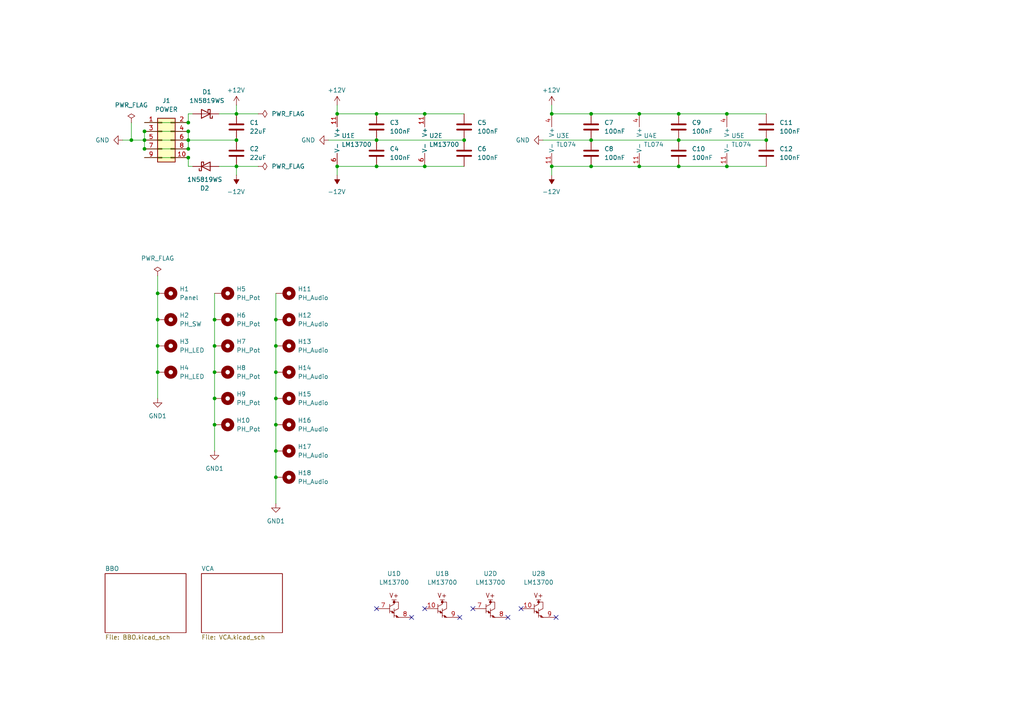
<source format=kicad_sch>
(kicad_sch (version 20250114) (generator "eeschema") (generator_version "9.0")
  (paper "A4")
  (title_block (title "BoundsBounceOscillator") (rev "1.0") (company "StudioKAT"))
  (lib_symbols
    (symbol "Amplifier_Operational:LM13700" (pin_names (offset 0.127))
      (property "Reference" "U" (at 3.81 5.08 0))
      (property "Value" "LM13700" (at 5.08 -5.08 0))
      (symbol "LM13700_1_1"
        (polyline (pts (xy 3.81 -0.635) (xy 3.81 -2.54) (xy 5.08 -2.54)))
        (polyline (pts (xy 5.08 0) (xy -5.08 -5.08) (xy -5.08 5.08) (xy 5.08 0)) (stroke (width 0.254)) (fill (type background)))
        (pin input line (at -7.62 2.54 0) (length 2.54) (name "-") (number "13"))
        (pin input line (at -7.62 0 0) (length 2.54) (name "DIODE_BIAS") (number "15"))
        (pin input line (at -7.62 -2.54 0) (length 2.54) (name "+") (number "14"))
        (pin output line (at 7.62 0 180) (length 2.54) (name "~") (number "12"))
        (pin input line (at 7.62 -2.54 180) (length 2.54) (name "~") (number "16"))
      )
      (symbol "LM13700_2_0"
        (polyline (pts (xy -1.905 2.54) (xy -3.175 2.54)))
      )
      (symbol "LM13700_2_1"
        (polyline (pts (xy -3.81 1.27) (xy -3.81 -1.27)))
        (polyline (pts (xy -3.81 0.635) (xy -2.54 1.27) (xy -2.54 1.905) (xy -2.54 2.54)))
        (polyline (pts (xy -3.81 -0.635) (xy -2.54 -1.27)))
        (circle (center -2.54 1.905) (radius 0.254) (stroke (width 0.254)) (fill (type outline)))
        (polyline (pts (xy -2.54 0) (xy -2.54 -2.54)))
        (polyline (pts (xy -2.54 -0.635) (xy -1.27 0) (xy -1.27 1.905) (xy -2.54 1.905)))
        (polyline (pts (xy -2.54 -1.27) (xy -3.175 -0.635) (xy -3.175 -1.27) (xy -2.54 -1.27)) (fill (type outline)))
        (polyline (pts (xy -2.54 -1.905) (xy -1.27 -2.54)))
        (polyline (pts (xy -1.27 -2.54) (xy -1.905 -1.905) (xy -1.905 -2.54) (xy -1.27 -2.54)) (fill (type outline)))
        (text "V+" (at -2.54 3.81 0) (effects (font (size 1.27 1.27))))
        (pin input line (at -7.62 0 0) (length 3.81) (name "~") (number "10"))
        (pin output line (at 2.54 -2.54 180) (length 3.81) (name "~") (number "9"))
      )
      (symbol "LM13700_3_1"
        (polyline (pts (xy 3.81 -0.635) (xy 3.81 -2.54) (xy 5.08 -2.54)))
        (polyline (pts (xy 5.08 0) (xy -5.08 -5.08) (xy -5.08 5.08) (xy 5.08 0)) (stroke (width 0.254)) (fill (type background)))
        (pin input line (at -7.62 2.54 0) (length 2.54) (name "-") (number "4"))
        (pin input line (at -7.62 0 0) (length 2.54) (name "DIODE_BIAS") (number "2"))
        (pin input line (at -7.62 -2.54 0) (length 2.54) (name "+") (number "3"))
        (pin output line (at 7.62 0 180) (length 2.54) (name "~") (number "5"))
        (pin input line (at 7.62 -2.54 180) (length 2.54) (name "~") (number "1"))
      )
      (symbol "LM13700_4_0"
        (polyline (pts (xy -3.175 2.54) (xy -1.905 2.54)))
        (text "V+" (at -2.54 3.81 0) (effects (font (size 1.27 1.27))))
      )
      (symbol "LM13700_4_1"
        (polyline (pts (xy -3.81 1.27) (xy -3.81 -1.27)))
        (polyline (pts (xy -3.81 0.635) (xy -2.54 1.27) (xy -2.54 2.54)))
        (polyline (pts (xy -3.81 -0.635) (xy -2.54 -1.27)))
        (circle (center -2.54 1.905) (radius 0.254) (stroke (width 0.254)) (fill (type outline)))
        (polyline (pts (xy -2.54 0) (xy -2.54 -2.54)))
        (polyline (pts (xy -2.54 -0.635) (xy -1.27 0) (xy -1.27 1.905) (xy -2.54 1.905)))
        (polyline (pts (xy -2.54 -1.27) (xy -3.175 -0.635) (xy -3.175 -1.27) (xy -2.54 -1.27)) (fill (type outline)))
        (polyline (pts (xy -2.54 -1.905) (xy -1.27 -2.54)))
        (polyline (pts (xy -1.27 -2.54) (xy -1.905 -1.905) (xy -1.905 -2.54) (xy -1.27 -2.54)) (fill (type outline)))
        (pin input line (at -7.62 0 0) (length 3.81) (name "~") (number "7"))
        (pin output line (at 2.54 -2.54 180) (length 3.81) (name "~") (number "8"))
      )
      (symbol "LM13700_5_1"
        (pin power_in line (at -2.54 7.62 270) (length 3.81) (name "V+") (number "11"))
        (pin power_in line (at -2.54 -7.62 90) (length 3.81) (name "V-") (number "6"))
      )
    )
    (symbol "Amplifier_Operational:TL074" (pin_names (offset 0.127))
      (property "Reference" "U" (at 0 5.08 0))
      (property "Value" "TL074" (at 0 -5.08 0))
      (symbol "TL074_1_1"
        (polyline (pts (xy -5.08 5.08) (xy 5.08 0) (xy -5.08 -5.08) (xy -5.08 5.08)) (stroke (width 0.254)) (fill (type background)))
        (pin input line (at -7.62 2.54 0) (length 2.54) (name "+") (number "3"))
        (pin input line (at -7.62 -2.54 0) (length 2.54) (name "-") (number "2"))
        (pin output line (at 7.62 0 180) (length 2.54) (name "~") (number "1"))
      )
      (symbol "TL074_2_1"
        (polyline (pts (xy -5.08 5.08) (xy 5.08 0) (xy -5.08 -5.08) (xy -5.08 5.08)) (stroke (width 0.254)) (fill (type background)))
        (pin input line (at -7.62 2.54 0) (length 2.54) (name "+") (number "5"))
        (pin input line (at -7.62 -2.54 0) (length 2.54) (name "-") (number "6"))
        (pin output line (at 7.62 0 180) (length 2.54) (name "~") (number "7"))
      )
      (symbol "TL074_3_1"
        (polyline (pts (xy -5.08 5.08) (xy 5.08 0) (xy -5.08 -5.08) (xy -5.08 5.08)) (stroke (width 0.254)) (fill (type background)))
        (pin input line (at -7.62 2.54 0) (length 2.54) (name "+") (number "10"))
        (pin input line (at -7.62 -2.54 0) (length 2.54) (name "-") (number "9"))
        (pin output line (at 7.62 0 180) (length 2.54) (name "~") (number "8"))
      )
      (symbol "TL074_4_1"
        (polyline (pts (xy -5.08 5.08) (xy 5.08 0) (xy -5.08 -5.08) (xy -5.08 5.08)) (stroke (width 0.254)) (fill (type background)))
        (pin input line (at -7.62 2.54 0) (length 2.54) (name "+") (number "12"))
        (pin input line (at -7.62 -2.54 0) (length 2.54) (name "-") (number "13"))
        (pin output line (at 7.62 0 180) (length 2.54) (name "~") (number "14"))
      )
      (symbol "TL074_5_1"
        (pin power_in line (at -2.54 7.62 270) (length 3.81) (name "V+") (number "4"))
        (pin power_in line (at -2.54 -7.62 90) (length 3.81) (name "V-") (number "11"))
      )
    )
    (symbol "Connector_Generic:Conn_02x05_Odd_Even" (pin_names (offset 1.016) (hide yes))
      (property "Reference" "J" (at 1.27 7.62 0))
      (property "Value" "Conn_02x05_Odd_Even" (at 1.27 -7.62 0))
      (symbol "Conn_02x05_Odd_Even_1_1"
        (rectangle (start -1.27 6.35) (end 3.81 -6.35) (stroke (width 0.254)) (fill (type background)))
        (rectangle (start -1.27 5.207) (end 0 4.953) (stroke (width 0.1524)))
        (rectangle (start -1.27 2.667) (end 0 2.413) (stroke (width 0.1524)))
        (rectangle (start -1.27 0.127) (end 0 -0.127) (stroke (width 0.1524)))
        (rectangle (start -1.27 -2.413) (end 0 -2.667) (stroke (width 0.1524)))
        (rectangle (start -1.27 -4.953) (end 0 -5.207) (stroke (width 0.1524)))
        (rectangle (start 3.81 5.207) (end 2.54 4.953) (stroke (width 0.1524)))
        (rectangle (start 3.81 2.667) (end 2.54 2.413) (stroke (width 0.1524)))
        (rectangle (start 3.81 0.127) (end 2.54 -0.127) (stroke (width 0.1524)))
        (rectangle (start 3.81 -2.413) (end 2.54 -2.667) (stroke (width 0.1524)))
        (rectangle (start 3.81 -4.953) (end 2.54 -5.207) (stroke (width 0.1524)))
        (pin passive line (at -5.08 5.08 0) (length 3.81) (name "Pin_1") (number "1"))
        (pin passive line (at -5.08 2.54 0) (length 3.81) (name "Pin_3") (number "3"))
        (pin passive line (at -5.08 0 0) (length 3.81) (name "Pin_5") (number "5"))
        (pin passive line (at -5.08 -2.54 0) (length 3.81) (name "Pin_7") (number "7"))
        (pin passive line (at -5.08 -5.08 0) (length 3.81) (name "Pin_9") (number "9"))
        (pin passive line (at 7.62 5.08 180) (length 3.81) (name "Pin_2") (number "2"))
        (pin passive line (at 7.62 2.54 180) (length 3.81) (name "Pin_4") (number "4"))
        (pin passive line (at 7.62 0 180) (length 3.81) (name "Pin_6") (number "6"))
        (pin passive line (at 7.62 -2.54 180) (length 3.81) (name "Pin_8") (number "8"))
        (pin passive line (at 7.62 -5.08 180) (length 3.81) (name "Pin_10") (number "10"))
      )
    )
    (symbol "Device:C" (pin_numbers (hide yes)) (pin_names (offset 0.254))
      (property "Reference" "C" (at 0.635 2.54 0))
      (property "Value" "C" (at 0.635 -2.54 0))
      (symbol "C_0_1"
        (polyline (pts (xy -2.032 0.762) (xy 2.032 0.762)) (stroke (width 0.508)))
        (polyline (pts (xy -2.032 -0.762) (xy 2.032 -0.762)) (stroke (width 0.508)))
      )
      (symbol "C_1_1"
        (pin passive line (at 0 3.81 270) (length 2.794) (name "~") (number "1"))
        (pin passive line (at 0 -3.81 90) (length 2.794) (name "~") (number "2"))
      )
    )
    (symbol "Diode:1N5819WS" (pin_numbers (hide yes)) (pin_names (offset 1.016) (hide yes))
      (property "Reference" "D" (at 0 2.54 0))
      (property "Value" "1N5819WS" (at 0 -2.54 0))
      (symbol "1N5819WS_0_1"
        (polyline (pts (xy -1.905 0.635) (xy -1.905 1.27) (xy -1.27 1.27) (xy -1.27 -1.27) (xy -0.635 -1.27) (xy -0.635 -0.635)) (stroke (width 0.254)))
        (polyline (pts (xy 1.27 1.27) (xy 1.27 -1.27) (xy -1.27 0) (xy 1.27 1.27)) (stroke (width 0.254)))
        (polyline (pts (xy 1.27 0) (xy -1.27 0)))
      )
      (symbol "1N5819WS_1_1"
        (pin passive line (at -3.81 0 0) (length 2.54) (name "K") (number "1"))
        (pin passive line (at 3.81 0 180) (length 2.54) (name "A") (number "2"))
      )
    )
    (symbol "Mechanical:MountingHole_Pad" (pin_numbers (hide yes)) (pin_names (offset 1.016) (hide yes)) (exclude_from_sim yes) (in_bom no)
      (property "Reference" "H" (at 0 6.35 0))
      (property "Value" "MountingHole_Pad" (at 0 4.445 0))
      (symbol "MountingHole_Pad_0_1"
        (circle (center 0 1.27) (radius 1.27) (stroke (width 1.27)))
      )
      (symbol "MountingHole_Pad_1_1"
        (pin input line (at 0 -2.54 90) (length 2.54) (name "1") (number "1"))
      )
    )
    (symbol "power:+12V" (power) (pin_numbers (hide yes)) (pin_names (offset 0) (hide yes))
      (property "Value" "+12V" (at 0 3.556 0))
      (symbol "+12V_0_1"
        (polyline (pts (xy -0.762 1.27) (xy 0 2.54)))
        (polyline (pts (xy 0 2.54) (xy 0.762 1.27)))
        (polyline (pts (xy 0 0) (xy 0 2.54)))
      )
      (symbol "+12V_1_1"
        (pin power_in line (at 0 0 90) (length 0) (name "~") (number "1"))
      )
    )
    (symbol "power:-12V" (power) (pin_numbers (hide yes)) (pin_names (offset 0) (hide yes))
      (property "Value" "-12V" (at 0 3.556 0))
      (symbol "-12V_0_0"
        (pin power_in line (at 0 0 90) (length 0) (name "~") (number "1"))
      )
      (symbol "-12V_0_1"
        (polyline (pts (xy 0 0) (xy 0 1.27) (xy 0.762 1.27) (xy 0 2.54) (xy -0.762 1.27) (xy 0 1.27)) (fill (type outline)))
      )
    )
    (symbol "power:GND" (power) (pin_numbers (hide yes)) (pin_names (offset 0) (hide yes))
      (property "Value" "GND" (at 0 -3.81 0))
      (symbol "GND_0_1"
        (polyline (pts (xy 0 0) (xy 0 -1.27) (xy 1.27 -1.27) (xy 0 -2.54) (xy -1.27 -1.27) (xy 0 -1.27)))
      )
      (symbol "GND_1_1"
        (pin power_in line (at 0 0 270) (length 0) (name "~") (number "1"))
      )
    )
    (symbol "power:GND1" (power) (pin_numbers (hide yes)) (pin_names (offset 0) (hide yes))
      (property "Value" "GND1" (at 0 -3.81 0))
      (symbol "GND1_0_1"
        (polyline (pts (xy 0 0) (xy 0 -1.27) (xy 1.27 -1.27) (xy 0 -2.54) (xy -1.27 -1.27) (xy 0 -1.27)))
      )
      (symbol "GND1_1_1"
        (pin power_in line (at 0 0 270) (length 0) (name "~") (number "1"))
      )
    )
    (symbol "power:PWR_FLAG" (power) (pin_numbers (hide yes)) (pin_names (offset 0) (hide yes))
      (property "Value" "PWR_FLAG" (at 0 3.81 0))
      (symbol "PWR_FLAG_0_0"
        (pin power_out line (at 0 0 90) (length 0) (name "~") (number "1"))
      )
      (symbol "PWR_FLAG_0_1"
        (polyline (pts (xy 0 0) (xy 0 1.27) (xy -1.016 1.905) (xy 0 2.54) (xy 1.016 1.905) (xy 0 1.27)))
      )
    )
  )
  (junction (at 80.01 100.33))
  (junction (at 196.85 48.26))
  (junction (at 68.58 48.26))
  (junction (at 45.72 85.09))
  (junction (at 123.19 48.26))
  (junction (at 185.42 48.26))
  (junction (at 45.72 100.33))
  (junction (at 62.23 115.57))
  (junction (at 80.01 130.81))
  (junction (at 80.01 123.19))
  (junction (at 210.82 48.26))
  (junction (at 62.23 123.19))
  (junction (at 54.61 40.64))
  (junction (at 68.58 33.02))
  (junction (at 160.02 33.02))
  (junction (at 62.23 100.33))
  (junction (at 109.22 48.26))
  (junction (at 54.61 35.56))
  (junction (at 109.22 33.02))
  (junction (at 62.23 107.95))
  (junction (at 171.45 48.26))
  (junction (at 68.58 40.64))
  (junction (at 80.01 107.95))
  (junction (at 41.91 43.18))
  (junction (at 54.61 43.18))
  (junction (at 185.42 33.02))
  (junction (at 171.45 33.02))
  (junction (at 222.25 40.64))
  (junction (at 160.02 48.26))
  (junction (at 41.91 38.1))
  (junction (at 80.01 92.71))
  (junction (at 196.85 40.64))
  (junction (at 97.79 33.02))
  (junction (at 109.22 40.64))
  (junction (at 41.91 40.64))
  (junction (at 134.62 40.64))
  (junction (at 210.82 33.02))
  (junction (at 54.61 45.72))
  (junction (at 80.01 115.57))
  (junction (at 62.23 92.71))
  (junction (at 123.19 33.02))
  (junction (at 54.61 38.1))
  (junction (at 196.85 33.02))
  (junction (at 171.45 40.64))
  (junction (at 45.72 92.71))
  (junction (at 97.79 48.26))
  (junction (at 38.1 40.64))
  (junction (at 45.72 107.95))
  (junction (at 80.01 138.43))
  (no_connect (at 123.19 176.53))
  (no_connect (at 133.35 179.07))
  (no_connect (at 161.29 179.07))
  (no_connect (at 119.38 179.07))
  (no_connect (at 137.16 176.53))
  (no_connect (at 151.13 176.53))
  (no_connect (at 109.22 176.53))
  (no_connect (at 147.32 179.07))
  (wire (pts (xy 160.02 48.26) (xy 171.45 48.26)))
  (wire (pts (xy 109.22 40.64) (xy 134.62 40.64)))
  (wire (pts (xy 157.48 40.64) (xy 171.45 40.64)))
  (wire (pts (xy 35.56 40.64) (xy 38.1 40.64)))
  (wire (pts (xy 45.72 92.71) (xy 45.72 100.33)))
  (wire (pts (xy 185.42 33.02) (xy 196.85 33.02)))
  (wire (pts (xy 123.19 48.26) (xy 134.62 48.26)))
  (wire (pts (xy 41.91 40.64) (xy 41.91 43.18)))
  (wire (pts (xy 97.79 48.26) (xy 97.79 50.8)))
  (wire (pts (xy 171.45 33.02) (xy 185.42 33.02)))
  (wire (pts (xy 54.61 40.64) (xy 54.61 43.18)))
  (wire (pts (xy 41.91 43.18) (xy 54.61 43.18)))
  (wire (pts (xy 38.1 40.64) (xy 41.91 40.64)))
  (wire (pts (xy 68.58 48.26) (xy 74.93 48.26)))
  (wire (pts (xy 45.72 107.95) (xy 45.72 115.57)))
  (wire (pts (xy 109.22 33.02) (xy 123.19 33.02)))
  (wire (pts (xy 62.23 115.57) (xy 62.23 123.19)))
  (wire (pts (xy 41.91 38.1) (xy 41.91 40.64)))
  (wire (pts (xy 171.45 48.26) (xy 185.42 48.26)))
  (wire (pts (xy 97.79 33.02) (xy 109.22 33.02)))
  (wire (pts (xy 45.72 85.09) (xy 45.72 92.71)))
  (wire (pts (xy 210.82 48.26) (xy 222.25 48.26)))
  (wire (pts (xy 160.02 33.02) (xy 171.45 33.02)))
  (wire (pts (xy 63.5 33.02) (xy 68.58 33.02)))
  (wire (pts (xy 41.91 40.64) (xy 54.61 40.64)))
  (wire (pts (xy 80.01 130.81) (xy 80.01 138.43)))
  (wire (pts (xy 62.23 100.33) (xy 62.23 107.95)))
  (wire (pts (xy 41.91 38.1) (xy 54.61 38.1)))
  (wire (pts (xy 97.79 30.48) (xy 97.79 33.02)))
  (wire (pts (xy 123.19 33.02) (xy 134.62 33.02)))
  (wire (pts (xy 62.23 123.19) (xy 62.23 130.81)))
  (wire (pts (xy 63.5 48.26) (xy 68.58 48.26)))
  (wire (pts (xy 196.85 48.26) (xy 210.82 48.26)))
  (wire (pts (xy 80.01 138.43) (xy 80.01 146.05)))
  (wire (pts (xy 109.22 48.26) (xy 123.19 48.26)))
  (wire (pts (xy 45.72 100.33) (xy 45.72 107.95)))
  (wire (pts (xy 68.58 30.48) (xy 68.58 33.02)))
  (wire (pts (xy 171.45 40.64) (xy 196.85 40.64)))
  (wire (pts (xy 54.61 35.56) (xy 54.61 33.02)))
  (wire (pts (xy 41.91 45.72) (xy 54.61 45.72)))
  (wire (pts (xy 41.91 35.56) (xy 54.61 35.56)))
  (wire (pts (xy 80.01 115.57) (xy 80.01 123.19)))
  (wire (pts (xy 54.61 48.26) (xy 55.88 48.26)))
  (wire (pts (xy 80.01 85.09) (xy 80.01 92.71)))
  (wire (pts (xy 62.23 107.95) (xy 62.23 115.57)))
  (wire (pts (xy 160.02 30.48) (xy 160.02 33.02)))
  (wire (pts (xy 38.1 35.56) (xy 38.1 40.64)))
  (wire (pts (xy 210.82 33.02) (xy 222.25 33.02)))
  (wire (pts (xy 185.42 48.26) (xy 196.85 48.26)))
  (wire (pts (xy 68.58 48.26) (xy 68.58 50.8)))
  (wire (pts (xy 62.23 85.09) (xy 62.23 92.71)))
  (wire (pts (xy 54.61 40.64) (xy 68.58 40.64)))
  (wire (pts (xy 80.01 107.95) (xy 80.01 115.57)))
  (wire (pts (xy 54.61 33.02) (xy 55.88 33.02)))
  (wire (pts (xy 80.01 92.71) (xy 80.01 100.33)))
  (wire (pts (xy 196.85 40.64) (xy 222.25 40.64)))
  (wire (pts (xy 196.85 33.02) (xy 210.82 33.02)))
  (wire (pts (xy 62.23 92.71) (xy 62.23 100.33)))
  (wire (pts (xy 160.02 48.26) (xy 160.02 50.8)))
  (wire (pts (xy 54.61 38.1) (xy 54.61 40.64)))
  (wire (pts (xy 97.79 48.26) (xy 109.22 48.26)))
  (wire (pts (xy 80.01 100.33) (xy 80.01 107.95)))
  (wire (pts (xy 95.25 40.64) (xy 109.22 40.64)))
  (wire (pts (xy 54.61 45.72) (xy 54.61 48.26)))
  (wire (pts (xy 80.01 123.19) (xy 80.01 130.81)))
  (wire (pts (xy 45.72 80.01) (xy 45.72 85.09)))
  (wire (pts (xy 68.58 33.02) (xy 74.93 33.02)))
  (symbol (lib_id "Amplifier_Operational:LM13700") (at 144.78 176.53 0) (unit 4)
    (property "Reference" "U2" (at 142.24 166.37 0))
    (property "Value" "LM13700" (at 142.24 168.91 0))
    (property "Footprint" "Package_SO:SOIC-16_3.9x9.9mm_P1.27mm" (effects (hide yes)))
    (property "Datasheet" "http://www.ti.com/lit/ds/symlink/lm13700.pdf" (effects (hide yes)))
    (property "Description" "Dual Operational Transconductance Amplifiers with Linearizing Diodes and Buffers, DIP-16/SOIC-16" (effects (hide yes)))
    (property "LCSC" "C174050" (effects (hide yes)))
  )
  (symbol (lib_id "Mechanical:MountingHole_Pad") (at 82.55 92.71 270) (unit 1) (exclude_from_sim yes) (in_bom no)
    (property "Reference" "H12" (at 86.36 91.4399 90) (effects (justify left)))
    (property "Value" "PH_Audio" (at 86.36 93.9799 90) (effects (justify left)))
    (property "Footprint" "kat_eurorack:PH_AudioJack_3.5mm_Pad" (effects (hide yes)))
    (property "Description" "Mounting Hole with connection" (effects (hide yes)))
  )
  (symbol (lib_id "power:PWR_FLAG") (at 38.1 35.56 0) (unit 1)
    (property "Reference" "#FLG01" (effects (hide yes)))
    (property "Value" "PWR_FLAG" (at 38.1 30.48 0))
    (property "Description" "Special symbol for telling ERC where power comes from" (effects (hide yes)))
  )
  (symbol (lib_id "power:-12V") (at 160.02 50.8 180) (unit 1)
    (property "Reference" "#PWR012" (effects (hide yes)))
    (property "Value" "-12V" (at 157.226 55.626 0) (effects (justify right)))
    (property "Description" "Power symbol creates a global label with name \"-12V\"" (effects (hide yes)))
  )
  (symbol (lib_id "Mechanical:MountingHole_Pad") (at 48.26 92.71 270) (unit 1) (exclude_from_sim yes) (in_bom no)
    (property "Reference" "H2" (at 52.07 91.4399 90) (effects (justify left)))
    (property "Value" "PH_SW" (at 52.07 93.9799 90) (effects (justify left)))
    (property "Footprint" "kat_eurorack:PH_ToggleSwitch_5.1mm_Pad" (effects (hide yes)))
    (property "Description" "Mounting Hole with connection" (effects (hide yes)))
  )
  (symbol (lib_id "Mechanical:MountingHole_Pad") (at 64.77 92.71 270) (unit 1) (exclude_from_sim yes) (in_bom no)
    (property "Reference" "H6" (at 68.58 91.4399 90) (effects (justify left)))
    (property "Value" "PH_Pot" (at 68.58 93.9799 90) (effects (justify left)))
    (property "Footprint" "kat_eurorack:PH_RK097_15mmKnob_Pad" (effects (hide yes)))
    (property "Description" "Mounting Hole with connection" (effects (hide yes)))
  )
  (symbol (lib_id "Device:C") (at 171.45 36.83 0) (unit 1)
    (property "Reference" "C7" (at 175.26 35.5599 0) (effects (justify left)))
    (property "Value" "100nF" (at 175.26 38.0999 0) (effects (justify left)))
    (property "Footprint" "Capacitor_SMD:C_0603_1608Metric" (effects (hide yes)))
    (property "Description" "Unpolarized capacitor" (effects (hide yes)))
    (property "LCSC" "C14663" (effects (hide yes)))
  )
  (symbol (lib_id "Mechanical:MountingHole_Pad") (at 82.55 85.09 270) (unit 1) (exclude_from_sim yes) (in_bom no)
    (property "Reference" "H11" (at 86.36 83.8199 90) (effects (justify left)))
    (property "Value" "PH_Audio" (at 86.36 86.3599 90) (effects (justify left)))
    (property "Footprint" "kat_eurorack:PH_AudioJack_3.5mm_Pad" (effects (hide yes)))
    (property "Description" "Mounting Hole with connection" (effects (hide yes)))
  )
  (symbol (lib_id "Mechanical:MountingHole_Pad") (at 64.77 123.19 270) (unit 1) (exclude_from_sim yes) (in_bom no)
    (property "Reference" "H10" (at 68.58 121.9199 90) (effects (justify left)))
    (property "Value" "PH_Pot" (at 68.58 124.4599 90) (effects (justify left)))
    (property "Footprint" "kat_eurorack:PH_RK097_15mmKnob_Pad" (effects (hide yes)))
    (property "Description" "Mounting Hole with connection" (effects (hide yes)))
  )
  (symbol (lib_id "power:GND1") (at 45.72 115.57 0) (unit 1)
    (property "Reference" "#PWR02" (effects (hide yes)))
    (property "Value" "GND1" (at 45.72 120.65 0))
    (property "Description" "Power symbol creates a global label with name \"GND1\" , ground" (effects (hide yes)))
  )
  (symbol (lib_id "Mechanical:MountingHole_Pad") (at 64.77 115.57 270) (unit 1) (exclude_from_sim yes) (in_bom no)
    (property "Reference" "H9" (at 68.58 114.2999 90) (effects (justify left)))
    (property "Value" "PH_Pot" (at 68.58 116.8399 90) (effects (justify left)))
    (property "Footprint" "kat_eurorack:PH_RK097_15mmKnob_Pad" (effects (hide yes)))
    (property "Description" "Mounting Hole with connection" (effects (hide yes)))
  )
  (symbol (lib_id "Mechanical:MountingHole_Pad") (at 82.55 138.43 270) (unit 1) (exclude_from_sim yes) (in_bom no)
    (property "Reference" "H18" (at 86.36 137.1599 90) (effects (justify left)))
    (property "Value" "PH_Audio" (at 86.36 139.6999 90) (effects (justify left)))
    (property "Footprint" "kat_eurorack:PH_AudioJack_3.5mm_Pad" (effects (hide yes)))
    (property "Description" "Mounting Hole with connection" (effects (hide yes)))
  )
  (symbol (lib_id "Amplifier_Operational:LM13700") (at 158.75 176.53 0) (unit 2)
    (property "Reference" "U2" (at 156.21 166.37 0))
    (property "Value" "LM13700" (at 156.21 168.91 0))
    (property "Footprint" "Package_SO:SOIC-16_3.9x9.9mm_P1.27mm" (effects (hide yes)))
    (property "Datasheet" "http://www.ti.com/lit/ds/symlink/lm13700.pdf" (effects (hide yes)))
    (property "Description" "Dual Operational Transconductance Amplifiers with Linearizing Diodes and Buffers, DIP-16/SOIC-16" (effects (hide yes)))
    (property "LCSC" "C174050" (effects (hide yes)))
  )
  (symbol (lib_id "Mechanical:MountingHole_Pad") (at 64.77 100.33 270) (unit 1) (exclude_from_sim yes) (in_bom no)
    (property "Reference" "H7" (at 68.58 99.0599 90) (effects (justify left)))
    (property "Value" "PH_Pot" (at 68.58 101.5999 90) (effects (justify left)))
    (property "Footprint" "kat_eurorack:PH_RK097_15mmKnob_Uni_Pad" (effects (hide yes)))
    (property "Description" "Mounting Hole with connection" (effects (hide yes)))
  )
  (symbol (lib_id "Device:C") (at 109.22 36.83 0) (unit 1)
    (property "Reference" "C3" (at 113.03 35.5599 0) (effects (justify left)))
    (property "Value" "100nF" (at 113.03 38.0999 0) (effects (justify left)))
    (property "Footprint" "Capacitor_SMD:C_0603_1608Metric" (effects (hide yes)))
    (property "Description" "Unpolarized capacitor" (effects (hide yes)))
    (property "LCSC" "C14663" (effects (hide yes)))
  )
  (symbol (lib_id "power:GND1") (at 80.01 146.05 0) (unit 1)
    (property "Reference" "#PWR06" (effects (hide yes)))
    (property "Value" "GND1" (at 80.01 151.13 0))
    (property "Description" "Power symbol creates a global label with name \"GND1\" , ground" (effects (hide yes)))
  )
  (symbol (lib_id "Device:C") (at 171.45 44.45 0) (unit 1)
    (property "Reference" "C8" (at 175.26 43.1799 0) (effects (justify left)))
    (property "Value" "100nF" (at 175.26 45.7199 0) (effects (justify left)))
    (property "Footprint" "Capacitor_SMD:C_0603_1608Metric" (effects (hide yes)))
    (property "Description" "Unpolarized capacitor" (effects (hide yes)))
    (property "LCSC" "C14663" (effects (hide yes)))
  )
  (symbol (lib_id "Mechanical:MountingHole_Pad") (at 48.26 85.09 270) (unit 1) (exclude_from_sim yes) (in_bom no)
    (property "Reference" "H1" (at 52.07 83.8199 90) (effects (justify left)))
    (property "Value" "Panel" (at 52.07 86.3599 90) (effects (justify left)))
    (property "Footprint" "kat_eurorack:Panel_8HP" (effects (hide yes)))
    (property "Description" "Mounting Hole with connection" (effects (hide yes)))
  )
  (symbol (lib_id "power:GND") (at 157.48 40.64 270) (mirror x) (unit 1)
    (property "Reference" "#PWR010" (effects (hide yes)))
    (property "Value" "GND" (at 153.67 40.6399 90) (effects (justify right)))
    (property "Description" "Power symbol creates a global label with name \"GND\" , ground" (effects (hide yes)))
  )
  (symbol (lib_id "Device:C") (at 109.22 44.45 0) (unit 1)
    (property "Reference" "C4" (at 113.03 43.1799 0) (effects (justify left)))
    (property "Value" "100nF" (at 113.03 45.7199 0) (effects (justify left)))
    (property "Footprint" "Capacitor_SMD:C_0603_1608Metric" (effects (hide yes)))
    (property "Description" "Unpolarized capacitor" (effects (hide yes)))
    (property "LCSC" "C14663" (effects (hide yes)))
  )
  (symbol (lib_id "Device:C") (at 134.62 44.45 0) (unit 1)
    (property "Reference" "C6" (at 138.43 43.1799 0) (effects (justify left)))
    (property "Value" "100nF" (at 138.43 45.7199 0) (effects (justify left)))
    (property "Footprint" "Capacitor_SMD:C_0603_1608Metric" (effects (hide yes)))
    (property "Description" "Unpolarized capacitor" (effects (hide yes)))
    (property "LCSC" "C14663" (effects (hide yes)))
  )
  (symbol (lib_id "Device:C") (at 222.25 44.45 0) (unit 1)
    (property "Reference" "C12" (at 226.06 43.1799 0) (effects (justify left)))
    (property "Value" "100nF" (at 226.06 45.7199 0) (effects (justify left)))
    (property "Footprint" "Capacitor_SMD:C_0603_1608Metric" (effects (hide yes)))
    (property "Description" "Unpolarized capacitor" (effects (hide yes)))
    (property "LCSC" "C14663" (effects (hide yes)))
  )
  (symbol (lib_id "power:PWR_FLAG") (at 45.72 80.01 0) (unit 1)
    (property "Reference" "#FLG02" (effects (hide yes)))
    (property "Value" "PWR_FLAG" (at 45.72 74.93 0))
    (property "Description" "Special symbol for telling ERC where power comes from" (effects (hide yes)))
  )
  (symbol (lib_id "Mechanical:MountingHole_Pad") (at 82.55 107.95 270) (unit 1) (exclude_from_sim yes) (in_bom no)
    (property "Reference" "H14" (at 86.36 106.6799 90) (effects (justify left)))
    (property "Value" "PH_Audio" (at 86.36 109.2199 90) (effects (justify left)))
    (property "Footprint" "kat_eurorack:PH_AudioJack_3.5mm_Pad" (effects (hide yes)))
    (property "Description" "Mounting Hole with connection" (effects (hide yes)))
  )
  (symbol (lib_id "power:GND1") (at 62.23 130.81 0) (unit 1)
    (property "Reference" "#PWR03" (effects (hide yes)))
    (property "Value" "GND1" (at 62.23 135.89 0))
    (property "Description" "Power symbol creates a global label with name \"GND1\" , ground" (effects (hide yes)))
  )
  (symbol (lib_id "Connector_Generic:Conn_02x05_Odd_Even") (at 46.99 40.64 0) (unit 1)
    (property "Reference" "J1" (at 48.26 29.21 0))
    (property "Value" "POWER" (at 48.26 31.75 0))
    (property "Footprint" "kat_eurorack:BoxHeader_2x05_2.54mm_Europower_2" (effects (hide yes)))
    (property "Description" "Generic connector, double row, 02x05, odd/even pin numbering scheme (row 1 odd numbers, row 2 even numbers), script generated (kicad-library-utils/schlib/autogen/connector/)" (effects (hide yes)))
  )
  (symbol (lib_id "Device:C") (at 134.62 36.83 0) (unit 1)
    (property "Reference" "C5" (at 138.43 35.5599 0) (effects (justify left)))
    (property "Value" "100nF" (at 138.43 38.0999 0) (effects (justify left)))
    (property "Footprint" "Capacitor_SMD:C_0603_1608Metric" (effects (hide yes)))
    (property "Description" "Unpolarized capacitor" (effects (hide yes)))
    (property "LCSC" "C14663" (effects (hide yes)))
  )
  (symbol (lib_id "Amplifier_Operational:TL074") (at 187.96 40.64 0) (unit 5)
    (property "Reference" "U4" (at 186.69 39.3699 0) (effects (justify left)))
    (property "Value" "TL074" (at 186.69 41.9099 0) (effects (justify left)))
    (property "Footprint" "Package_SO:SOIC-14_3.9x8.7mm_P1.27mm" (effects (hide yes)))
    (property "Datasheet" "http://www.ti.com/lit/ds/symlink/tl071.pdf" (effects (hide yes)))
    (property "Description" "Quad Low-Noise JFET-Input Operational Amplifiers, DIP-14/SOIC-14" (effects (hide yes)))
    (property "LCSC" "C12594" (effects (hide yes)))
  )
  (symbol (lib_id "power:PWR_FLAG") (at 74.93 33.02 270) (unit 1)
    (property "Reference" "#FLG03" (effects (hide yes)))
    (property "Value" "PWR_FLAG" (at 78.74 33.0199 90) (effects (justify left)))
    (property "Description" "Special symbol for telling ERC where power comes from" (effects (hide yes)))
  )
  (symbol (lib_id "Mechanical:MountingHole_Pad") (at 64.77 107.95 270) (unit 1) (exclude_from_sim yes) (in_bom no)
    (property "Reference" "H8" (at 68.58 106.6799 90) (effects (justify left)))
    (property "Value" "PH_Pot" (at 68.58 109.2199 90) (effects (justify left)))
    (property "Footprint" "kat_eurorack:PH_RK097_15mmKnob_Uni_Pad" (effects (hide yes)))
    (property "Description" "Mounting Hole with connection" (effects (hide yes)))
  )
  (symbol (lib_id "power:PWR_FLAG") (at 74.93 48.26 270) (unit 1)
    (property "Reference" "#FLG04" (effects (hide yes)))
    (property "Value" "PWR_FLAG" (at 78.74 48.2599 90) (effects (justify left)))
    (property "Description" "Special symbol for telling ERC where power comes from" (effects (hide yes)))
  )
  (symbol (lib_id "power:+12V") (at 97.79 30.48 0) (unit 1)
    (property "Reference" "#PWR08" (effects (hide yes)))
    (property "Value" "+12V" (at 94.996 26.162 0) (effects (justify left)))
    (property "Description" "Power symbol creates a global label with name \"+12V\"" (effects (hide yes)))
  )
  (symbol (lib_id "Amplifier_Operational:LM13700") (at 100.33 40.64 0) (unit 5)
    (property "Reference" "U1" (at 99.06 39.3699 0) (effects (justify left)))
    (property "Value" "LM13700" (at 99.06 41.9099 0) (effects (justify left)))
    (property "Footprint" "Package_SO:SOIC-16_3.9x9.9mm_P1.27mm" (effects (hide yes)))
    (property "Datasheet" "http://www.ti.com/lit/ds/symlink/lm13700.pdf" (effects (hide yes)))
    (property "Description" "Dual Operational Transconductance Amplifiers with Linearizing Diodes and Buffers, DIP-16/SOIC-16" (effects (hide yes)))
    (property "LCSC" "C174050" (effects (hide yes)))
  )
  (symbol (lib_id "Amplifier_Operational:LM13700") (at 125.73 40.64 0) (unit 5)
    (property "Reference" "U2" (at 124.46 39.3699 0) (effects (justify left)))
    (property "Value" "LM13700" (at 124.46 41.9099 0) (effects (justify left)))
    (property "Footprint" "Package_SO:SOIC-16_3.9x9.9mm_P1.27mm" (effects (hide yes)))
    (property "Datasheet" "http://www.ti.com/lit/ds/symlink/lm13700.pdf" (effects (hide yes)))
    (property "Description" "Dual Operational Transconductance Amplifiers with Linearizing Diodes and Buffers, DIP-16/SOIC-16" (effects (hide yes)))
    (property "LCSC" "C174050" (effects (hide yes)))
  )
  (symbol (lib_id "power:+12V") (at 68.58 30.48 0) (unit 1)
    (property "Reference" "#PWR04" (effects (hide yes)))
    (property "Value" "+12V" (at 65.786 26.162 0) (effects (justify left)))
    (property "Description" "Power symbol creates a global label with name \"+12V\"" (effects (hide yes)))
  )
  (symbol (lib_id "power:GND") (at 35.56 40.64 270) (mirror x) (unit 1)
    (property "Reference" "#PWR01" (effects (hide yes)))
    (property "Value" "GND" (at 31.75 40.6399 90) (effects (justify right)))
    (property "Description" "Power symbol creates a global label with name \"GND\" , ground" (effects (hide yes)))
  )
  (symbol (lib_id "power:-12V") (at 97.79 50.8 180) (unit 1)
    (property "Reference" "#PWR09" (effects (hide yes)))
    (property "Value" "-12V" (at 94.996 55.626 0) (effects (justify right)))
    (property "Description" "Power symbol creates a global label with name \"-12V\"" (effects (hide yes)))
  )
  (symbol (lib_id "power:+12V") (at 160.02 30.48 0) (unit 1)
    (property "Reference" "#PWR011" (effects (hide yes)))
    (property "Value" "+12V" (at 157.226 26.162 0) (effects (justify left)))
    (property "Description" "Power symbol creates a global label with name \"+12V\"" (effects (hide yes)))
  )
  (symbol (lib_id "Device:C") (at 196.85 36.83 0) (unit 1)
    (property "Reference" "C9" (at 200.66 35.5599 0) (effects (justify left)))
    (property "Value" "100nF" (at 200.66 38.0999 0) (effects (justify left)))
    (property "Footprint" "Capacitor_SMD:C_0603_1608Metric" (effects (hide yes)))
    (property "Description" "Unpolarized capacitor" (effects (hide yes)))
    (property "LCSC" "C14663" (effects (hide yes)))
  )
  (symbol (lib_id "Amplifier_Operational:TL074") (at 162.56 40.64 0) (unit 5)
    (property "Reference" "U3" (at 161.29 39.3699 0) (effects (justify left)))
    (property "Value" "TL074" (at 161.29 41.9099 0) (effects (justify left)))
    (property "Footprint" "Package_SO:SOIC-14_3.9x8.7mm_P1.27mm" (effects (hide yes)))
    (property "Datasheet" "http://www.ti.com/lit/ds/symlink/tl071.pdf" (effects (hide yes)))
    (property "Description" "Quad Low-Noise JFET-Input Operational Amplifiers, DIP-14/SOIC-14" (effects (hide yes)))
    (property "LCSC" "C12594" (effects (hide yes)))
  )
  (symbol (lib_id "Mechanical:MountingHole_Pad") (at 82.55 130.81 270) (unit 1) (exclude_from_sim yes) (in_bom no)
    (property "Reference" "H17" (at 86.36 129.5399 90) (effects (justify left)))
    (property "Value" "PH_Audio" (at 86.36 132.0799 90) (effects (justify left)))
    (property "Footprint" "kat_eurorack:PH_AudioJack_3.5mm_Pad" (effects (hide yes)))
    (property "Description" "Mounting Hole with connection" (effects (hide yes)))
  )
  (symbol (lib_id "Diode:1N5819WS") (at 59.69 33.02 180) (unit 1)
    (property "Reference" "D1" (at 60.0075 26.67 0))
    (property "Value" "1N5819WS" (at 60.0075 29.21 0))
    (property "Footprint" "Diode_SMD:D_SOD-323" (effects (hide yes)))
    (property "Datasheet" "https://datasheet.lcsc.com/lcsc/2204281430_Guangdong-Hottech-1N5819WS_C191023.pdf" (effects (hide yes)))
    (property "Description" "40V 600mV@1A 1A SOD-323 Schottky Barrier Diodes, SOD-323" (effects (hide yes)))
    (property "LCSC" "C64886" (effects (hide yes)))
  )
  (symbol (lib_id "Device:C") (at 68.58 44.45 0) (unit 1)
    (property "Reference" "C2" (at 72.39 43.1799 0) (effects (justify left)))
    (property "Value" "22uF" (at 72.39 45.7199 0) (effects (justify left)))
    (property "Footprint" "Capacitor_SMD:C_0805_2012Metric" (effects (hide yes)))
    (property "Description" "Unpolarized capacitor" (effects (hide yes)))
    (property "LCSC" "C45783" (effects (hide yes)))
  )
  (symbol (lib_id "Mechanical:MountingHole_Pad") (at 82.55 115.57 270) (unit 1) (exclude_from_sim yes) (in_bom no)
    (property "Reference" "H15" (at 86.36 114.2999 90) (effects (justify left)))
    (property "Value" "PH_Audio" (at 86.36 116.8399 90) (effects (justify left)))
    (property "Footprint" "kat_eurorack:PH_AudioJack_3.5mm_Pad" (effects (hide yes)))
    (property "Description" "Mounting Hole with connection" (effects (hide yes)))
  )
  (symbol (lib_id "Mechanical:MountingHole_Pad") (at 48.26 107.95 270) (unit 1) (exclude_from_sim yes) (in_bom no)
    (property "Reference" "H4" (at 52.07 106.6799 90) (effects (justify left)))
    (property "Value" "PH_LED" (at 52.07 109.2199 90) (effects (justify left)))
    (property "Footprint" "kat_eurorack:PH_LED_3.0mm_Pad" (effects (hide yes)))
    (property "Description" "Mounting Hole with connection" (effects (hide yes)))
  )
  (symbol (lib_id "power:-12V") (at 68.58 50.8 180) (unit 1)
    (property "Reference" "#PWR05" (effects (hide yes)))
    (property "Value" "-12V" (at 65.786 55.626 0) (effects (justify right)))
    (property "Description" "Power symbol creates a global label with name \"-12V\"" (effects (hide yes)))
  )
  (symbol (lib_id "Mechanical:MountingHole_Pad") (at 48.26 100.33 270) (unit 1) (exclude_from_sim yes) (in_bom no)
    (property "Reference" "H3" (at 52.07 99.0599 90) (effects (justify left)))
    (property "Value" "PH_LED" (at 52.07 101.5999 90) (effects (justify left)))
    (property "Footprint" "kat_eurorack:PH_LED_3.0mm_Pad" (effects (hide yes)))
    (property "Description" "Mounting Hole with connection" (effects (hide yes)))
  )
  (symbol (lib_id "Mechanical:MountingHole_Pad") (at 82.55 100.33 270) (unit 1) (exclude_from_sim yes) (in_bom no)
    (property "Reference" "H13" (at 86.36 99.0599 90) (effects (justify left)))
    (property "Value" "PH_Audio" (at 86.36 101.5999 90) (effects (justify left)))
    (property "Footprint" "kat_eurorack:PH_AudioJack_3.5mm_Pad" (effects (hide yes)))
    (property "Description" "Mounting Hole with connection" (effects (hide yes)))
  )
  (symbol (lib_id "Device:C") (at 196.85 44.45 0) (unit 1)
    (property "Reference" "C10" (at 200.66 43.1799 0) (effects (justify left)))
    (property "Value" "100nF" (at 200.66 45.7199 0) (effects (justify left)))
    (property "Footprint" "Capacitor_SMD:C_0603_1608Metric" (effects (hide yes)))
    (property "Description" "Unpolarized capacitor" (effects (hide yes)))
    (property "LCSC" "C14663" (effects (hide yes)))
  )
  (symbol (lib_id "Amplifier_Operational:LM13700") (at 130.81 176.53 0) (unit 2)
    (property "Reference" "U1" (at 128.27 166.37 0))
    (property "Value" "LM13700" (at 128.27 168.91 0))
    (property "Footprint" "Package_SO:SOIC-16_3.9x9.9mm_P1.27mm" (effects (hide yes)))
    (property "Datasheet" "http://www.ti.com/lit/ds/symlink/lm13700.pdf" (effects (hide yes)))
    (property "Description" "Dual Operational Transconductance Amplifiers with Linearizing Diodes and Buffers, DIP-16/SOIC-16" (effects (hide yes)))
    (property "LCSC" "C174050" (effects (hide yes)))
  )
  (symbol (lib_id "power:GND") (at 95.25 40.64 270) (mirror x) (unit 1)
    (property "Reference" "#PWR07" (effects (hide yes)))
    (property "Value" "GND" (at 91.44 40.6399 90) (effects (justify right)))
    (property "Description" "Power symbol creates a global label with name \"GND\" , ground" (effects (hide yes)))
  )
  (symbol (lib_id "Diode:1N5819WS") (at 59.69 48.26 0) (mirror x) (unit 1)
    (property "Reference" "D2" (at 59.3725 54.61 0))
    (property "Value" "1N5819WS" (at 59.3725 52.07 0))
    (property "Footprint" "Diode_SMD:D_SOD-323" (effects (hide yes)))
    (property "Datasheet" "https://datasheet.lcsc.com/lcsc/2204281430_Guangdong-Hottech-1N5819WS_C191023.pdf" (effects (hide yes)))
    (property "Description" "40V 600mV@1A 1A SOD-323 Schottky Barrier Diodes, SOD-323" (effects (hide yes)))
    (property "LCSC" "C64886" (effects (hide yes)))
  )
  (symbol (lib_id "Device:C") (at 68.58 36.83 0) (unit 1)
    (property "Reference" "C1" (at 72.39 35.5599 0) (effects (justify left)))
    (property "Value" "22uF" (at 72.39 38.0999 0) (effects (justify left)))
    (property "Footprint" "Capacitor_SMD:C_0805_2012Metric" (effects (hide yes)))
    (property "Description" "Unpolarized capacitor" (effects (hide yes)))
    (property "LCSC" "C45783" (effects (hide yes)))
  )
  (symbol (lib_id "Mechanical:MountingHole_Pad") (at 82.55 123.19 270) (unit 1) (exclude_from_sim yes) (in_bom no)
    (property "Reference" "H16" (at 86.36 121.9199 90) (effects (justify left)))
    (property "Value" "PH_Audio" (at 86.36 124.4599 90) (effects (justify left)))
    (property "Footprint" "kat_eurorack:PH_AudioJack_3.5mm_Pad" (effects (hide yes)))
    (property "Description" "Mounting Hole with connection" (effects (hide yes)))
  )
  (symbol (lib_id "Mechanical:MountingHole_Pad") (at 64.77 85.09 270) (unit 1) (exclude_from_sim yes) (in_bom no)
    (property "Reference" "H5" (at 68.58 83.8199 90) (effects (justify left)))
    (property "Value" "PH_Pot" (at 68.58 86.3599 90) (effects (justify left)))
    (property "Footprint" "kat_eurorack:PH_RK097_15mmKnob_Pad" (effects (hide yes)))
    (property "Description" "Mounting Hole with connection" (effects (hide yes)))
  )
  (symbol (lib_id "Device:C") (at 222.25 36.83 0) (unit 1)
    (property "Reference" "C11" (at 226.06 35.5599 0) (effects (justify left)))
    (property "Value" "100nF" (at 226.06 38.0999 0) (effects (justify left)))
    (property "Footprint" "Capacitor_SMD:C_0603_1608Metric" (effects (hide yes)))
    (property "Description" "Unpolarized capacitor" (effects (hide yes)))
    (property "LCSC" "C14663" (effects (hide yes)))
  )
  (symbol (lib_id "Amplifier_Operational:LM13700") (at 116.84 176.53 0) (unit 4)
    (property "Reference" "U1" (at 114.3 166.37 0))
    (property "Value" "LM13700" (at 114.3 168.91 0))
    (property "Footprint" "Package_SO:SOIC-16_3.9x9.9mm_P1.27mm" (effects (hide yes)))
    (property "Datasheet" "http://www.ti.com/lit/ds/symlink/lm13700.pdf" (effects (hide yes)))
    (property "Description" "Dual Operational Transconductance Amplifiers with Linearizing Diodes and Buffers, DIP-16/SOIC-16" (effects (hide yes)))
    (property "LCSC" "C174050" (effects (hide yes)))
  )
  (symbol (lib_id "Amplifier_Operational:TL074") (at 213.36 40.64 0) (unit 5)
    (property "Reference" "U5" (at 212.09 39.3699 0) (effects (justify left)))
    (property "Value" "TL074" (at 212.09 41.9099 0) (effects (justify left)))
    (property "Footprint" "Package_SO:SOIC-14_3.9x8.7mm_P1.27mm" (effects (hide yes)))
    (property "Datasheet" "http://www.ti.com/lit/ds/symlink/tl071.pdf" (effects (hide yes)))
    (property "Description" "Quad Low-Noise JFET-Input Operational Amplifiers, DIP-14/SOIC-14" (effects (hide yes)))
    (property "LCSC" "C12594" (effects (hide yes)))
  )
  (sheet (at 58.42 166.37) (size 23.495 17.145) (stroke (width 0.1524))
    (property "Sheetname" "VCA" (at 58.42 165.6584 0) (effects (justify left bottom)))
    (property "Sheetfile" "VCA.kicad_sch" (at 58.42 184.0996 0) (effects (justify left top)))
  )
  (sheet (at 30.48 166.37) (size 23.495 17.145) (stroke (width 0.1524))
    (property "Sheetname" "BBO" (at 30.48 165.6584 0) (effects (justify left bottom)))
    (property "Sheetfile" "BBO.kicad_sch" (at 30.48 184.0996 0) (effects (justify left top)))
  )
)
</source>
